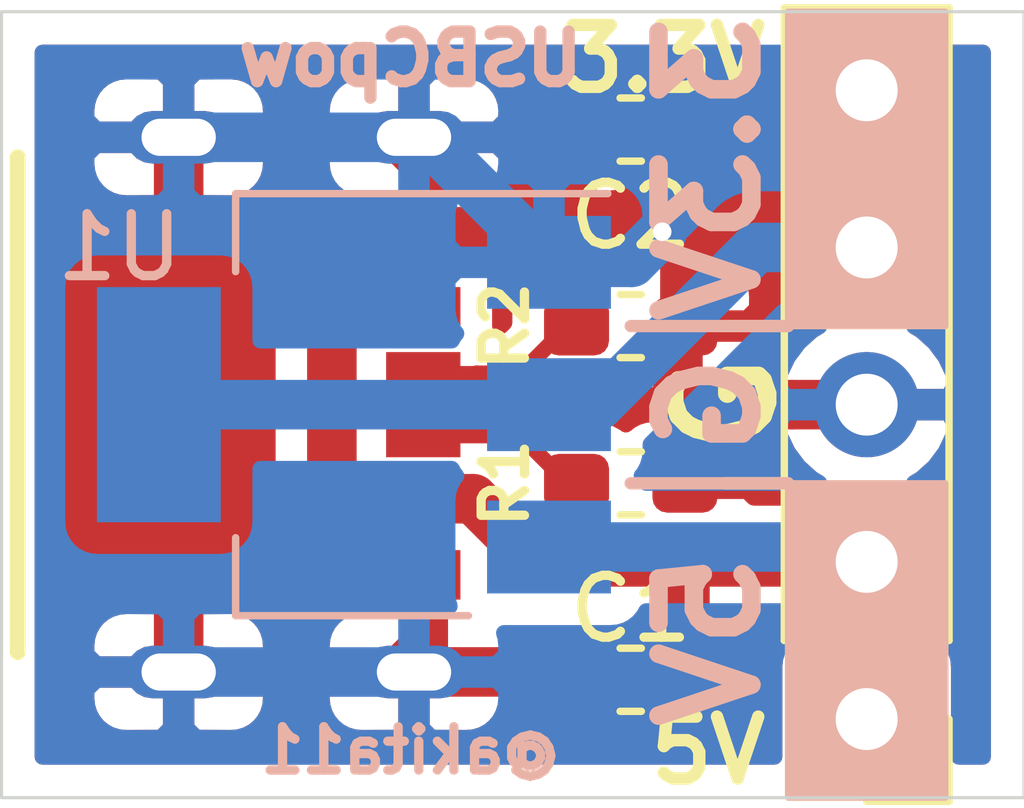
<source format=kicad_pcb>
(kicad_pcb (version 20171130) (host pcbnew "(5.1.5)-3")

  (general
    (thickness 1.6)
    (drawings 22)
    (tracks 56)
    (zones 0)
    (modules 7)
    (nets 6)
  )

  (page A4)
  (layers
    (0 F.Cu signal hide)
    (31 B.Cu signal)
    (32 B.Adhes user hide)
    (33 F.Adhes user hide)
    (34 B.Paste user)
    (35 F.Paste user)
    (36 B.SilkS user)
    (37 F.SilkS user)
    (38 B.Mask user)
    (39 F.Mask user)
    (44 Edge.Cuts user)
    (45 Margin user hide)
    (46 B.CrtYd user hide)
    (47 F.CrtYd user hide)
    (48 B.Fab user hide)
    (49 F.Fab user hide)
  )

  (setup
    (last_trace_width 0.25)
    (user_trace_width 0.4)
    (user_trace_width 0.6)
    (user_trace_width 0.8)
    (user_trace_width 1.2)
    (user_trace_width 2.54)
    (trace_clearance 0.1524)
    (zone_clearance 0.508)
    (zone_45_only no)
    (trace_min 0.2)
    (via_size 0.8)
    (via_drill 0.3)
    (via_min_size 0.6)
    (via_min_drill 0.3)
    (user_via 0.6 0.3)
    (user_via 0.9 0.6)
    (user_via 1.6 0.9)
    (uvia_size 0.3)
    (uvia_drill 0.1)
    (uvias_allowed no)
    (uvia_min_size 0.3)
    (uvia_min_drill 0.1)
    (edge_width 0.05)
    (segment_width 0.2)
    (pcb_text_width 0.3)
    (pcb_text_size 1.5 1.5)
    (mod_edge_width 0.12)
    (mod_text_size 1 1)
    (mod_text_width 0.15)
    (pad_size 1.524 1.524)
    (pad_drill 0.762)
    (pad_to_mask_clearance 0.051)
    (solder_mask_min_width 0.25)
    (aux_axis_origin 0 0)
    (visible_elements 7FFFFFFF)
    (pcbplotparams
      (layerselection 0x010fc_ffffffff)
      (usegerberextensions false)
      (usegerberattributes false)
      (usegerberadvancedattributes false)
      (creategerberjobfile false)
      (excludeedgelayer true)
      (linewidth 0.100000)
      (plotframeref false)
      (viasonmask false)
      (mode 1)
      (useauxorigin false)
      (hpglpennumber 1)
      (hpglpenspeed 20)
      (hpglpendiameter 15.000000)
      (psnegative false)
      (psa4output false)
      (plotreference true)
      (plotvalue true)
      (plotinvisibletext false)
      (padsonsilk false)
      (subtractmaskfromsilk false)
      (outputformat 1)
      (mirror false)
      (drillshape 1)
      (scaleselection 1)
      (outputdirectory ""))
  )

  (net 0 "")
  (net 1 "Net-(C1-Pad2)")
  (net 2 "Net-(C1-Pad1)")
  (net 3 "Net-(C2-Pad1)")
  (net 4 "Net-(CN1-PadB5)")
  (net 5 "Net-(CN1-PadA5)")

  (net_class Default "これはデフォルトのネット クラスです。"
    (clearance 0.1524)
    (trace_width 0.25)
    (via_dia 0.8)
    (via_drill 0.3)
    (uvia_dia 0.3)
    (uvia_drill 0.1)
    (add_net "Net-(C1-Pad1)")
    (add_net "Net-(C1-Pad2)")
    (add_net "Net-(C2-Pad1)")
    (add_net "Net-(CN1-PadA5)")
    (add_net "Net-(CN1-PadB5)")
  )

  (module Connector_PinHeader_2.54mm:PinHeader_1x05_P2.54mm_Vertical (layer F.Cu) (tedit 59FED5CC) (tstamp 5EC41580)
    (at 13.97 -1.27 180)
    (descr "Through hole straight pin header, 1x05, 2.54mm pitch, single row")
    (tags "Through hole pin header THT 1x05 2.54mm single row")
    (path /5EC3DCE6)
    (fp_text reference J1 (at 0 -2.33) (layer F.SilkS) hide
      (effects (font (size 1 1) (thickness 0.15)))
    )
    (fp_text value Conn_01x05 (at 0 12.49) (layer F.Fab)
      (effects (font (size 1 1) (thickness 0.15)))
    )
    (fp_text user %R (at 0 5.08 90) (layer F.Fab)
      (effects (font (size 1 1) (thickness 0.15)))
    )
    (fp_line (start 1.8 -1.8) (end -1.8 -1.8) (layer F.CrtYd) (width 0.05))
    (fp_line (start 1.8 11.95) (end 1.8 -1.8) (layer F.CrtYd) (width 0.05))
    (fp_line (start -1.8 11.95) (end 1.8 11.95) (layer F.CrtYd) (width 0.05))
    (fp_line (start -1.8 -1.8) (end -1.8 11.95) (layer F.CrtYd) (width 0.05))
    (fp_line (start -1.33 -1.33) (end 0 -1.33) (layer F.SilkS) (width 0.12))
    (fp_line (start -1.33 0) (end -1.33 -1.33) (layer F.SilkS) (width 0.12))
    (fp_line (start -1.33 1.27) (end 1.33 1.27) (layer F.SilkS) (width 0.12))
    (fp_line (start 1.33 1.27) (end 1.33 11.49) (layer F.SilkS) (width 0.12))
    (fp_line (start -1.33 1.27) (end -1.33 11.49) (layer F.SilkS) (width 0.12))
    (fp_line (start -1.33 11.49) (end 1.33 11.49) (layer F.SilkS) (width 0.12))
    (fp_line (start -1.27 -0.635) (end -0.635 -1.27) (layer F.Fab) (width 0.1))
    (fp_line (start -1.27 11.43) (end -1.27 -0.635) (layer F.Fab) (width 0.1))
    (fp_line (start 1.27 11.43) (end -1.27 11.43) (layer F.Fab) (width 0.1))
    (fp_line (start 1.27 -1.27) (end 1.27 11.43) (layer F.Fab) (width 0.1))
    (fp_line (start -0.635 -1.27) (end 1.27 -1.27) (layer F.Fab) (width 0.1))
    (pad 5 thru_hole oval (at 0 10.16 180) (size 1.7 1.7) (drill 1) (layers *.Cu *.Mask)
      (net 3 "Net-(C2-Pad1)"))
    (pad 4 thru_hole oval (at 0 7.62 180) (size 1.7 1.7) (drill 1) (layers *.Cu *.Mask)
      (net 3 "Net-(C2-Pad1)"))
    (pad 3 thru_hole oval (at 0 5.08 180) (size 1.7 1.7) (drill 1) (layers *.Cu *.Mask)
      (net 1 "Net-(C1-Pad2)"))
    (pad 2 thru_hole oval (at 0 2.54 180) (size 1.7 1.7) (drill 1) (layers *.Cu *.Mask)
      (net 2 "Net-(C1-Pad1)"))
    (pad 1 thru_hole rect (at 0 0 180) (size 1.7 1.7) (drill 1) (layers *.Cu *.Mask)
      (net 2 "Net-(C1-Pad1)"))
    (model ${KISYS3DMOD}/Connector_PinHeader_2.54mm.3dshapes/PinHeader_1x05_P2.54mm_Vertical.wrl
      (at (xyz 0 0 0))
      (scale (xyz 1 1 1))
      (rotate (xyz 0 0 0))
    )
  )

  (module Package_TO_SOT_SMD:SOT-223-3_TabPin2 (layer B.Cu) (tedit 5A02FF57) (tstamp 5EC3D0D5)
    (at 5.69 -6.35 180)
    (descr "module CMS SOT223 4 pins")
    (tags "CMS SOT")
    (path /5EC518DF)
    (attr smd)
    (fp_text reference U1 (at 3.785 2.54) (layer B.SilkS)
      (effects (font (size 1 1) (thickness 0.15)) (justify mirror))
    )
    (fp_text value LM1117-3.3 (at 0 -4.5) (layer B.Fab)
      (effects (font (size 1 1) (thickness 0.15)) (justify mirror))
    )
    (fp_line (start 1.85 3.35) (end 1.85 -3.35) (layer B.Fab) (width 0.1))
    (fp_line (start -1.85 -3.35) (end 1.85 -3.35) (layer B.Fab) (width 0.1))
    (fp_line (start -4.1 3.41) (end 1.91 3.41) (layer B.SilkS) (width 0.12))
    (fp_line (start -0.85 3.35) (end 1.85 3.35) (layer B.Fab) (width 0.1))
    (fp_line (start -1.85 -3.41) (end 1.91 -3.41) (layer B.SilkS) (width 0.12))
    (fp_line (start -1.85 2.35) (end -1.85 -3.35) (layer B.Fab) (width 0.1))
    (fp_line (start -1.85 2.35) (end -0.85 3.35) (layer B.Fab) (width 0.1))
    (fp_line (start -4.4 3.6) (end -4.4 -3.6) (layer B.CrtYd) (width 0.05))
    (fp_line (start -4.4 -3.6) (end 4.4 -3.6) (layer B.CrtYd) (width 0.05))
    (fp_line (start 4.4 -3.6) (end 4.4 3.6) (layer B.CrtYd) (width 0.05))
    (fp_line (start 4.4 3.6) (end -4.4 3.6) (layer B.CrtYd) (width 0.05))
    (fp_line (start 1.91 3.41) (end 1.91 2.15) (layer B.SilkS) (width 0.12))
    (fp_line (start 1.91 -3.41) (end 1.91 -2.15) (layer B.SilkS) (width 0.12))
    (fp_text user %R (at 0 0 270) (layer B.Fab)
      (effects (font (size 0.8 0.8) (thickness 0.12)) (justify mirror))
    )
    (pad 1 smd rect (at -3.15 2.3 180) (size 2 1.5) (layers B.Cu B.Paste B.Mask)
      (net 1 "Net-(C1-Pad2)"))
    (pad 3 smd rect (at -3.15 -2.3 180) (size 2 1.5) (layers B.Cu B.Paste B.Mask)
      (net 2 "Net-(C1-Pad1)"))
    (pad 2 smd rect (at -3.15 0 180) (size 2 1.5) (layers B.Cu B.Paste B.Mask)
      (net 3 "Net-(C2-Pad1)"))
    (pad 2 smd rect (at 3.15 0 180) (size 2 3.8) (layers B.Cu B.Paste B.Mask)
      (net 3 "Net-(C2-Pad1)"))
    (model ${KISYS3DMOD}/Package_TO_SOT_SMD.3dshapes/SOT-223.wrl
      (at (xyz 0 0 0))
      (scale (xyz 1 1 1))
      (rotate (xyz 0 0 0))
    )
  )

  (module Resistor_SMD:R_0603_1608Metric_Pad1.05x0.95mm_HandSolder (layer F.Cu) (tedit 5B301BBD) (tstamp 5EC41C05)
    (at 10.16 -7.62)
    (descr "Resistor SMD 0603 (1608 Metric), square (rectangular) end terminal, IPC_7351 nominal with elongated pad for handsoldering. (Body size source: http://www.tortai-tech.com/upload/download/2011102023233369053.pdf), generated with kicad-footprint-generator")
    (tags "resistor handsolder")
    (path /5EC56461)
    (attr smd)
    (fp_text reference R2 (at -2.032 0 270) (layer F.SilkS)
      (effects (font (size 0.7 0.7) (thickness 0.15)))
    )
    (fp_text value 5.1k (at 0 1.43) (layer F.Fab)
      (effects (font (size 1 1) (thickness 0.15)))
    )
    (fp_text user %R (at 0 0) (layer F.Fab)
      (effects (font (size 0.4 0.4) (thickness 0.06)))
    )
    (fp_line (start 1.65 0.73) (end -1.65 0.73) (layer F.CrtYd) (width 0.05))
    (fp_line (start 1.65 -0.73) (end 1.65 0.73) (layer F.CrtYd) (width 0.05))
    (fp_line (start -1.65 -0.73) (end 1.65 -0.73) (layer F.CrtYd) (width 0.05))
    (fp_line (start -1.65 0.73) (end -1.65 -0.73) (layer F.CrtYd) (width 0.05))
    (fp_line (start -0.171267 0.51) (end 0.171267 0.51) (layer F.SilkS) (width 0.12))
    (fp_line (start -0.171267 -0.51) (end 0.171267 -0.51) (layer F.SilkS) (width 0.12))
    (fp_line (start 0.8 0.4) (end -0.8 0.4) (layer F.Fab) (width 0.1))
    (fp_line (start 0.8 -0.4) (end 0.8 0.4) (layer F.Fab) (width 0.1))
    (fp_line (start -0.8 -0.4) (end 0.8 -0.4) (layer F.Fab) (width 0.1))
    (fp_line (start -0.8 0.4) (end -0.8 -0.4) (layer F.Fab) (width 0.1))
    (pad 2 smd roundrect (at 0.875 0) (size 1.05 0.95) (layers F.Cu F.Paste F.Mask) (roundrect_rratio 0.25)
      (net 1 "Net-(C1-Pad2)"))
    (pad 1 smd roundrect (at -0.875 0) (size 1.05 0.95) (layers F.Cu F.Paste F.Mask) (roundrect_rratio 0.25)
      (net 5 "Net-(CN1-PadA5)"))
    (model ${KISYS3DMOD}/Resistor_SMD.3dshapes/R_0603_1608Metric.wrl
      (at (xyz 0 0 0))
      (scale (xyz 1 1 1))
      (rotate (xyz 0 0 0))
    )
  )

  (module Resistor_SMD:R_0603_1608Metric_Pad1.05x0.95mm_HandSolder (layer F.Cu) (tedit 5B301BBD) (tstamp 5EC41BA4)
    (at 10.16 -5.08)
    (descr "Resistor SMD 0603 (1608 Metric), square (rectangular) end terminal, IPC_7351 nominal with elongated pad for handsoldering. (Body size source: http://www.tortai-tech.com/upload/download/2011102023233369053.pdf), generated with kicad-footprint-generator")
    (tags "resistor handsolder")
    (path /5EC50F8A)
    (attr smd)
    (fp_text reference R1 (at -2.032 0 90) (layer F.SilkS)
      (effects (font (size 0.7 0.7) (thickness 0.15)))
    )
    (fp_text value 5.1k (at 0 1.43) (layer F.Fab)
      (effects (font (size 1 1) (thickness 0.15)))
    )
    (fp_text user %R (at 0 0) (layer F.Fab)
      (effects (font (size 0.4 0.4) (thickness 0.06)))
    )
    (fp_line (start 1.65 0.73) (end -1.65 0.73) (layer F.CrtYd) (width 0.05))
    (fp_line (start 1.65 -0.73) (end 1.65 0.73) (layer F.CrtYd) (width 0.05))
    (fp_line (start -1.65 -0.73) (end 1.65 -0.73) (layer F.CrtYd) (width 0.05))
    (fp_line (start -1.65 0.73) (end -1.65 -0.73) (layer F.CrtYd) (width 0.05))
    (fp_line (start -0.171267 0.51) (end 0.171267 0.51) (layer F.SilkS) (width 0.12))
    (fp_line (start -0.171267 -0.51) (end 0.171267 -0.51) (layer F.SilkS) (width 0.12))
    (fp_line (start 0.8 0.4) (end -0.8 0.4) (layer F.Fab) (width 0.1))
    (fp_line (start 0.8 -0.4) (end 0.8 0.4) (layer F.Fab) (width 0.1))
    (fp_line (start -0.8 -0.4) (end 0.8 -0.4) (layer F.Fab) (width 0.1))
    (fp_line (start -0.8 0.4) (end -0.8 -0.4) (layer F.Fab) (width 0.1))
    (pad 2 smd roundrect (at 0.875 0) (size 1.05 0.95) (layers F.Cu F.Paste F.Mask) (roundrect_rratio 0.25)
      (net 1 "Net-(C1-Pad2)"))
    (pad 1 smd roundrect (at -0.875 0) (size 1.05 0.95) (layers F.Cu F.Paste F.Mask) (roundrect_rratio 0.25)
      (net 4 "Net-(CN1-PadB5)"))
    (model ${KISYS3DMOD}/Resistor_SMD.3dshapes/R_0603_1608Metric.wrl
      (at (xyz 0 0 0))
      (scale (xyz 1 1 1))
      (rotate (xyz 0 0 0))
    )
  )

  (module akita:USB-C_6P (layer F.Cu) (tedit 5EC396BE) (tstamp 5EC3D086)
    (at 3.81 -6.35 270)
    (descr "USB TypeC Receptacle, 6p (with 18p dummy), no D+/D-")
    (path /5EC50CDB)
    (attr smd)
    (fp_text reference CN1 (at 0 -4 90) (layer F.SilkS) hide
      (effects (font (size 1.2065 1.2065) (thickness 0.09652)) (justify bottom))
    )
    (fp_text value CON_USB-C-6 (at 0 -1 90) (layer F.SilkS) hide
      (effects (font (size 1.27 1.27) (thickness 0.15)))
    )
    (fp_line (start -4 3.55) (end 4 3.55) (layer F.SilkS) (width 0.254))
    (pad FG thru_hole roundrect (at 4.32 0.95 270) (size 0.85 1.7) (drill oval 0.6 1.2) (layers *.Cu *.Mask) (roundrect_rratio 0.5)
      (net 1 "Net-(C1-Pad2)") (solder_mask_margin 0.1016))
    (pad FG thru_hole roundrect (at 4.32 -2.85 270) (size 0.85 1.7) (drill oval 0.6 1.2) (layers *.Cu *.Mask) (roundrect_rratio 0.5)
      (net 1 "Net-(C1-Pad2)") (solder_mask_margin 0.1016))
    (pad FG thru_hole roundrect (at -4.32 0.95 270) (size 0.85 1.7) (drill oval 0.6 1.2) (layers *.Cu *.Mask) (roundrect_rratio 0.5)
      (net 1 "Net-(C1-Pad2)") (solder_mask_margin 0.1016))
    (pad FG thru_hole roundrect (at -4.32 -2.85 270) (size 0.85 1.7) (drill oval 0.6 1.2) (layers *.Cu *.Mask) (roundrect_rratio 0.5)
      (net 1 "Net-(C1-Pad2)") (solder_mask_margin 0.1016))
    (pad A12 smd rect (at 2.75 -3 270) (size 0.8 1.2) (layers F.Cu F.Paste F.Mask)
      (net 1 "Net-(C1-Pad2)") (solder_mask_margin 0.1016))
    (pad A9 smd rect (at 1.52 -3 270) (size 0.76 1.2) (layers F.Cu F.Paste F.Mask)
      (net 2 "Net-(C1-Pad1)") (solder_mask_margin 0.1016))
    (pad B5 smd rect (at 0.5 -3 270) (size 0.7 1.2) (layers F.Cu F.Paste F.Mask)
      (net 4 "Net-(CN1-PadB5)") (solder_mask_margin 0.1016))
    (pad A5 smd rect (at -0.5 -3 270) (size 0.7 1.2) (layers F.Cu F.Paste F.Mask)
      (net 5 "Net-(CN1-PadA5)") (solder_mask_margin 0.1016))
    (pad B9 smd rect (at -1.52 -3 270) (size 0.76 1.2) (layers F.Cu F.Paste F.Mask)
      (net 2 "Net-(C1-Pad1)") (solder_mask_margin 0.1016))
    (pad B12 smd rect (at -2.75 -3 270) (size 0.8 1.2) (layers F.Cu F.Paste F.Mask)
      (net 1 "Net-(C1-Pad2)") (solder_mask_margin 0.1016))
  )

  (module Capacitor_SMD:C_0603_1608Metric_Pad1.05x0.95mm_HandSolder (layer F.Cu) (tedit 5B301BBE) (tstamp 5EC41B02)
    (at 10.16 -10.795 180)
    (descr "Capacitor SMD 0603 (1608 Metric), square (rectangular) end terminal, IPC_7351 nominal with elongated pad for handsoldering. (Body size source: http://www.tortai-tech.com/upload/download/2011102023233369053.pdf), generated with kicad-footprint-generator")
    (tags "capacitor handsolder")
    (path /5EC535D9)
    (attr smd)
    (fp_text reference C2 (at 0 -1.397 180) (layer F.SilkS)
      (effects (font (size 1 1) (thickness 0.15)))
    )
    (fp_text value 10u (at 0 1.43) (layer F.Fab)
      (effects (font (size 1 1) (thickness 0.15)))
    )
    (fp_text user %R (at 0 0) (layer F.Fab)
      (effects (font (size 0.4 0.4) (thickness 0.06)))
    )
    (fp_line (start 1.65 0.73) (end -1.65 0.73) (layer F.CrtYd) (width 0.05))
    (fp_line (start 1.65 -0.73) (end 1.65 0.73) (layer F.CrtYd) (width 0.05))
    (fp_line (start -1.65 -0.73) (end 1.65 -0.73) (layer F.CrtYd) (width 0.05))
    (fp_line (start -1.65 0.73) (end -1.65 -0.73) (layer F.CrtYd) (width 0.05))
    (fp_line (start -0.171267 0.51) (end 0.171267 0.51) (layer F.SilkS) (width 0.12))
    (fp_line (start -0.171267 -0.51) (end 0.171267 -0.51) (layer F.SilkS) (width 0.12))
    (fp_line (start 0.8 0.4) (end -0.8 0.4) (layer F.Fab) (width 0.1))
    (fp_line (start 0.8 -0.4) (end 0.8 0.4) (layer F.Fab) (width 0.1))
    (fp_line (start -0.8 -0.4) (end 0.8 -0.4) (layer F.Fab) (width 0.1))
    (fp_line (start -0.8 0.4) (end -0.8 -0.4) (layer F.Fab) (width 0.1))
    (pad 2 smd roundrect (at 0.875 0 180) (size 1.05 0.95) (layers F.Cu F.Paste F.Mask) (roundrect_rratio 0.25)
      (net 1 "Net-(C1-Pad2)"))
    (pad 1 smd roundrect (at -0.875 0 180) (size 1.05 0.95) (layers F.Cu F.Paste F.Mask) (roundrect_rratio 0.25)
      (net 3 "Net-(C2-Pad1)"))
    (model ${KISYS3DMOD}/Capacitor_SMD.3dshapes/C_0603_1608Metric.wrl
      (at (xyz 0 0 0))
      (scale (xyz 1 1 1))
      (rotate (xyz 0 0 0))
    )
  )

  (module Capacitor_SMD:C_0603_1608Metric_Pad1.05x0.95mm_HandSolder (layer F.Cu) (tedit 5B301BBE) (tstamp 5EC3D930)
    (at 10.16 -1.905 180)
    (descr "Capacitor SMD 0603 (1608 Metric), square (rectangular) end terminal, IPC_7351 nominal with elongated pad for handsoldering. (Body size source: http://www.tortai-tech.com/upload/download/2011102023233369053.pdf), generated with kicad-footprint-generator")
    (tags "capacitor handsolder")
    (path /5EC53134)
    (attr smd)
    (fp_text reference C1 (at 0 1.143 180) (layer F.SilkS)
      (effects (font (size 1 1) (thickness 0.15)))
    )
    (fp_text value 0.1u (at 0 1.43) (layer F.Fab)
      (effects (font (size 1 1) (thickness 0.15)))
    )
    (fp_text user %R (at 0 0) (layer F.Fab)
      (effects (font (size 0.4 0.4) (thickness 0.06)))
    )
    (fp_line (start 1.65 0.73) (end -1.65 0.73) (layer F.CrtYd) (width 0.05))
    (fp_line (start 1.65 -0.73) (end 1.65 0.73) (layer F.CrtYd) (width 0.05))
    (fp_line (start -1.65 -0.73) (end 1.65 -0.73) (layer F.CrtYd) (width 0.05))
    (fp_line (start -1.65 0.73) (end -1.65 -0.73) (layer F.CrtYd) (width 0.05))
    (fp_line (start -0.171267 0.51) (end 0.171267 0.51) (layer F.SilkS) (width 0.12))
    (fp_line (start -0.171267 -0.51) (end 0.171267 -0.51) (layer F.SilkS) (width 0.12))
    (fp_line (start 0.8 0.4) (end -0.8 0.4) (layer F.Fab) (width 0.1))
    (fp_line (start 0.8 -0.4) (end 0.8 0.4) (layer F.Fab) (width 0.1))
    (fp_line (start -0.8 -0.4) (end 0.8 -0.4) (layer F.Fab) (width 0.1))
    (fp_line (start -0.8 0.4) (end -0.8 -0.4) (layer F.Fab) (width 0.1))
    (pad 2 smd roundrect (at 0.875 0 180) (size 1.05 0.95) (layers F.Cu F.Paste F.Mask) (roundrect_rratio 0.25)
      (net 1 "Net-(C1-Pad2)"))
    (pad 1 smd roundrect (at -0.875 0 180) (size 1.05 0.95) (layers F.Cu F.Paste F.Mask) (roundrect_rratio 0.25)
      (net 2 "Net-(C1-Pad1)"))
    (model ${KISYS3DMOD}/Capacitor_SMD.3dshapes/C_0603_1608Metric.wrl
      (at (xyz 0 0 0))
      (scale (xyz 1 1 1))
      (rotate (xyz 0 0 0))
    )
  )

  (gr_line (start 0 0) (end 0 -12.7) (layer Edge.Cuts) (width 0.05) (tstamp 5EC4B715))
  (gr_line (start 16.51 0) (end 0 0) (layer Edge.Cuts) (width 0.05))
  (gr_line (start 16.51 -12.7) (end 16.51 0) (layer Edge.Cuts) (width 0.05))
  (gr_line (start 0 -12.7) (end 16.51 -12.7) (layer Edge.Cuts) (width 0.05))
  (gr_line (start 12.7 -5.08) (end 11.684 -5.08) (layer F.SilkS) (width 0.2) (tstamp 5EC41CF8))
  (gr_line (start 12.7 -7.62) (end 11.684 -7.62) (layer F.SilkS) (width 0.2))
  (gr_line (start 12.7 -7.62) (end 11.684 -7.62) (layer B.SilkS) (width 0.12))
  (gr_line (start 12.7 -7.62) (end 11.684 -7.62) (layer B.SilkS) (width 0.12))
  (gr_line (start 12.7 -5.08) (end 10.16 -5.08) (layer B.SilkS) (width 0.2) (tstamp 5EC41C7F))
  (gr_line (start 12.7 -7.62) (end 10.16 -7.62) (layer B.SilkS) (width 0.2))
  (gr_poly (pts (xy 15.24 0) (xy 12.7 0) (xy 12.7 -5.08) (xy 15.24 -5.08)) (layer F.SilkS) (width 0.1))
  (gr_poly (pts (xy 15.24 -7.62) (xy 12.7 -7.62) (xy 12.7 -12.7) (xy 15.24 -12.7)) (layer F.SilkS) (width 0.1))
  (gr_text "3.3V\n" (at 12.446 -11.938) (layer F.SilkS) (tstamp 5EC41D00)
    (effects (font (size 1 1) (thickness 0.2)) (justify right))
  )
  (gr_text USBCpow (at 6.604 -11.938) (layer B.SilkS) (tstamp 5EC419F7)
    (effects (font (size 0.8 0.8) (thickness 0.2)) (justify mirror))
  )
  (gr_poly (pts (xy 15.24 0) (xy 12.7 0) (xy 12.7 -5.08) (xy 15.24 -5.08)) (layer B.SilkS) (width 0.1))
  (gr_poly (pts (xy 15.24 -7.62) (xy 12.7 -7.62) (xy 12.7 -12.7) (xy 15.24 -12.7)) (layer B.SilkS) (width 0.1))
  (gr_text G (at 11.43 -6.35 90) (layer B.SilkS) (tstamp 5EC416BF)
    (effects (font (size 1.5 1.5) (thickness 0.3)) (justify mirror))
  )
  (gr_text 5V (at 11.43 -2.54 90) (layer B.SilkS) (tstamp 5EC416AD)
    (effects (font (size 1.5 1.5) (thickness 0.3)) (justify mirror))
  )
  (gr_text "3.3V\n" (at 11.43 -10.16 90) (layer B.SilkS) (tstamp 5EC416A6)
    (effects (font (size 1.5 1.5) (thickness 0.3)) (justify mirror))
  )
  (gr_text @akita11 (at 6.604 -0.762) (layer B.SilkS)
    (effects (font (size 0.7 0.7) (thickness 0.15)) (justify mirror))
  )
  (gr_text G (at 11.684 -6.35 90) (layer F.SilkS) (tstamp 5EC3E4CA)
    (effects (font (size 1.5 1.5) (thickness 0.3)))
  )
  (gr_text 5V (at 12.446 -0.762) (layer F.SilkS)
    (effects (font (size 1 1) (thickness 0.2)) (justify right))
  )

  (segment (start 6.81 -10.3) (end 6.604 -10.506) (width 0.8) (layer F.Cu) (net 1))
  (segment (start 6.81 -9.1) (end 6.81 -10.3) (width 0.8) (layer F.Cu) (net 1))
  (segment (start 6.81 -2.4) (end 6.604 -2.194) (width 0.8) (layer F.Cu) (net 1))
  (segment (start 6.81 -3.6) (end 6.81 -2.4) (width 0.8) (layer F.Cu) (net 1))
  (segment (start 6.604 -2.194) (end 6.604 -2.032) (width 0.8) (layer F.Cu) (net 1))
  (segment (start 2.86 -10.67) (end 6.856 -10.67) (width 0.8) (layer B.Cu) (net 1))
  (segment (start 6.856 -10.67) (end 8.89 -8.636) (width 0.8) (layer B.Cu) (net 1))
  (segment (start 2.86 -2.03) (end 6.856 -2.03) (width 0.8) (layer B.Cu) (net 1))
  (segment (start 6.856 -2.03) (end 6.858 -2.032) (width 0.8) (layer B.Cu) (net 1))
  (segment (start 2.86 -2.03) (end 2.86 -10.602) (width 0.8) (layer F.Cu) (net 1))
  (segment (start 2.86 -10.602) (end 2.794 -10.668) (width 0.8) (layer F.Cu) (net 1))
  (segment (start 9.285 -10.32) (end 8.109 -9.144) (width 0.8) (layer F.Cu) (net 1))
  (segment (start 9.285 -10.795) (end 9.285 -10.32) (width 0.8) (layer F.Cu) (net 1))
  (segment (start 8.109 -9.144) (end 6.604 -9.144) (width 0.8) (layer F.Cu) (net 1))
  (segment (start 13.97 -6.35) (end 12.767919 -6.35) (width 0.8) (layer F.Cu) (net 1))
  (segment (start 12.767919 -6.35) (end 10.922 -6.35) (width 0.8) (layer F.Cu) (net 1))
  (segment (start 10.922 -6.35) (end 10.922 -7.62) (width 0.8) (layer F.Cu) (net 1))
  (segment (start 10.922 -6.35) (end 10.922 -5.08) (width 0.8) (layer F.Cu) (net 1))
  (segment (start 8.84 -8.65) (end 10.174 -8.65) (width 0.8) (layer B.Cu) (net 1))
  (via (at 10.668 -9.144) (size 0.8) (drill 0.3) (layers F.Cu B.Cu) (net 1))
  (segment (start 10.174 -8.65) (end 10.668 -9.144) (width 0.8) (layer B.Cu) (net 1))
  (segment (start 11.035 -8.777) (end 10.668 -9.144) (width 0.8) (layer F.Cu) (net 1))
  (segment (start 11.035 -7.62) (end 11.035 -8.777) (width 0.8) (layer F.Cu) (net 1))
  (segment (start 8.76 -1.905) (end 8.633 -2.032) (width 0.8) (layer F.Cu) (net 1))
  (segment (start 9.285 -1.905) (end 8.76 -1.905) (width 0.8) (layer F.Cu) (net 1))
  (segment (start 8.633 -2.032) (end 6.604 -2.032) (width 0.8) (layer F.Cu) (net 1))
  (segment (start 6.81 -7.87) (end 5.338 -7.87) (width 0.8) (layer F.Cu) (net 2))
  (segment (start 5.338 -7.87) (end 5.334 -7.866) (width 0.8) (layer F.Cu) (net 2))
  (segment (start 5.334 -7.866) (end 5.334 -4.826) (width 0.8) (layer F.Cu) (net 2))
  (segment (start 5.334 -4.826) (end 6.858 -4.826) (width 0.8) (layer F.Cu) (net 2))
  (segment (start 13.73 -4.05) (end 13.97 -3.81) (width 0.8) (layer B.Cu) (net 2))
  (segment (start 8.84 -4.05) (end 13.73 -4.05) (width 0.8) (layer B.Cu) (net 2))
  (segment (start 7.616 -4.83) (end 8.636 -3.81) (width 0.8) (layer F.Cu) (net 2))
  (segment (start 6.81 -4.83) (end 7.616 -4.83) (width 0.8) (layer F.Cu) (net 2))
  (segment (start 11.035 -1.905) (end 11.035 -3.697) (width 0.8) (layer F.Cu) (net 2))
  (segment (start 8.636 -3.81) (end 10.922 -3.81) (width 0.8) (layer F.Cu) (net 2))
  (segment (start 11.035 -3.697) (end 10.922 -3.81) (width 0.8) (layer F.Cu) (net 2))
  (segment (start 10.922 -3.81) (end 13.97 -3.81) (width 0.8) (layer F.Cu) (net 2))
  (segment (start 13.97 -3.81) (end 13.97 -1.27) (width 1.2) (layer F.Cu) (net 2))
  (segment (start 13.97 -3.81) (end 13.97 -1.27) (width 1.2) (layer B.Cu) (net 2))
  (segment (start 2.54 -6.35) (end 4.34 -6.35) (width 0.8) (layer B.Cu) (net 3))
  (segment (start 4.34 -6.35) (end 8.89 -6.35) (width 0.8) (layer B.Cu) (net 3))
  (segment (start 8.84 -6.35) (end 9.652 -6.35) (width 0.8) (layer B.Cu) (net 3))
  (segment (start 9.652 -6.35) (end 12.192 -8.89) (width 0.8) (layer B.Cu) (net 3))
  (segment (start 12.192 -8.89) (end 13.97 -8.89) (width 0.8) (layer B.Cu) (net 3))
  (segment (start 11.035 -10.795) (end 12.065 -10.795) (width 0.8) (layer F.Cu) (net 3))
  (segment (start 13.97 -8.89) (end 13.97 -11.43) (width 1.2) (layer F.Cu) (net 3))
  (segment (start 12.065 -10.795) (end 12.7 -11.43) (width 0.8) (layer F.Cu) (net 3))
  (segment (start 12.7 -11.43) (end 13.97 -11.43) (width 0.8) (layer F.Cu) (net 3))
  (segment (start 13.97 -11.43) (end 13.97 -8.89) (width 1.2) (layer B.Cu) (net 3))
  (segment (start 6.81 -5.85) (end 8.374 -5.85) (width 0.25) (layer F.Cu) (net 4))
  (segment (start 8.374 -5.85) (end 9.144 -5.08) (width 0.25) (layer F.Cu) (net 4))
  (segment (start 7.66 -6.85) (end 7.668 -6.858) (width 0.25) (layer F.Cu) (net 5))
  (segment (start 6.81 -6.85) (end 7.66 -6.85) (width 0.25) (layer F.Cu) (net 5))
  (segment (start 7.668 -6.858) (end 8.382 -6.858) (width 0.25) (layer F.Cu) (net 5))
  (segment (start 8.382 -6.858) (end 9.144 -7.62) (width 0.25) (layer F.Cu) (net 5))

  (zone (net 1) (net_name "Net-(C1-Pad2)") (layer F.Cu) (tstamp 5EC41D0D) (hatch edge 0.508)
    (connect_pads (clearance 0.508))
    (min_thickness 0.254)
    (fill yes (arc_segments 32) (thermal_gap 0.508) (thermal_bridge_width 0.508))
    (polygon
      (pts
        (xy 16.51 0) (xy 0 0) (xy 0 -12.7) (xy 16.51 -12.7)
      )
    )
    (filled_polygon
      (pts
        (xy 11.650006 -11.843716) (xy 11.493316 -11.891248) (xy 11.3225 -11.908072) (xy 10.7475 -11.908072) (xy 10.576684 -11.891248)
        (xy 10.412433 -11.841423) (xy 10.261058 -11.760512) (xy 10.237161 -11.740901) (xy 10.164494 -11.800537) (xy 10.05418 -11.859502)
        (xy 9.934482 -11.895812) (xy 9.81 -11.908072) (xy 9.57075 -11.905) (xy 9.412 -11.74625) (xy 9.412 -10.922)
        (xy 9.432 -10.922) (xy 9.432 -10.668) (xy 9.412 -10.668) (xy 9.412 -9.84375) (xy 9.57075 -9.685)
        (xy 9.81 -9.681928) (xy 9.934482 -9.694188) (xy 10.05418 -9.730498) (xy 10.164494 -9.789463) (xy 10.237161 -9.849099)
        (xy 10.261058 -9.829488) (xy 10.412433 -9.748577) (xy 10.576684 -9.698752) (xy 10.7475 -9.681928) (xy 11.3225 -9.681928)
        (xy 11.493316 -9.698752) (xy 11.657567 -9.748577) (xy 11.678938 -9.76) (xy 12.014172 -9.76) (xy 12.065 -9.754994)
        (xy 12.115828 -9.76) (xy 12.115838 -9.76) (xy 12.267895 -9.774976) (xy 12.462993 -9.834159) (xy 12.642797 -9.930266)
        (xy 12.735 -10.005935) (xy 12.735 -9.714622) (xy 12.65401 -9.593411) (xy 12.542068 -9.323158) (xy 12.485 -9.03626)
        (xy 12.485 -8.74374) (xy 12.542068 -8.456842) (xy 12.65401 -8.186589) (xy 12.816525 -7.943368) (xy 13.023368 -7.736525)
        (xy 13.205534 -7.614805) (xy 13.088645 -7.545178) (xy 12.872412 -7.350269) (xy 12.698359 -7.11692) (xy 12.573175 -6.854099)
        (xy 12.528524 -6.70689) (xy 12.649845 -6.477) (xy 13.843 -6.477) (xy 13.843 -6.497) (xy 14.097 -6.497)
        (xy 14.097 -6.477) (xy 15.290155 -6.477) (xy 15.411476 -6.70689) (xy 15.366825 -6.854099) (xy 15.241641 -7.11692)
        (xy 15.067588 -7.350269) (xy 14.851355 -7.545178) (xy 14.734466 -7.614805) (xy 14.916632 -7.736525) (xy 15.123475 -7.943368)
        (xy 15.28599 -8.186589) (xy 15.397932 -8.456842) (xy 15.455 -8.74374) (xy 15.455 -9.03626) (xy 15.397932 -9.323158)
        (xy 15.28599 -9.593411) (xy 15.205 -9.714621) (xy 15.205 -10.605379) (xy 15.28599 -10.726589) (xy 15.397932 -10.996842)
        (xy 15.455 -11.28374) (xy 15.455 -11.57626) (xy 15.397932 -11.863158) (xy 15.324682 -12.04) (xy 15.85 -12.04)
        (xy 15.850001 -0.66) (xy 15.458072 -0.66) (xy 15.458072 -2.12) (xy 15.445812 -2.244482) (xy 15.409502 -2.36418)
        (xy 15.350537 -2.474494) (xy 15.271185 -2.571185) (xy 15.205 -2.625501) (xy 15.205 -2.985379) (xy 15.28599 -3.106589)
        (xy 15.397932 -3.376842) (xy 15.455 -3.66374) (xy 15.455 -3.95626) (xy 15.397932 -4.243158) (xy 15.28599 -4.513411)
        (xy 15.123475 -4.756632) (xy 14.916632 -4.963475) (xy 14.734466 -5.085195) (xy 14.851355 -5.154822) (xy 15.067588 -5.349731)
        (xy 15.241641 -5.58308) (xy 15.366825 -5.845901) (xy 15.411476 -5.99311) (xy 15.290155 -6.223) (xy 14.097 -6.223)
        (xy 14.097 -6.203) (xy 13.843 -6.203) (xy 13.843 -6.223) (xy 12.649845 -6.223) (xy 12.528524 -5.99311)
        (xy 12.573175 -5.845901) (xy 12.698359 -5.58308) (xy 12.872412 -5.349731) (xy 13.088645 -5.154822) (xy 13.205534 -5.085195)
        (xy 13.023368 -4.963475) (xy 12.904893 -4.845) (xy 12.14425 -4.845) (xy 12.03625 -4.953) (xy 11.162 -4.953)
        (xy 11.162 -4.933) (xy 10.908 -4.933) (xy 10.908 -4.953) (xy 10.888 -4.953) (xy 10.888 -5.207)
        (xy 10.908 -5.207) (xy 10.908 -6.03125) (xy 11.162 -6.03125) (xy 11.162 -5.207) (xy 12.03625 -5.207)
        (xy 12.195 -5.36575) (xy 12.198072 -5.555) (xy 12.185812 -5.679482) (xy 12.149502 -5.79918) (xy 12.090537 -5.909494)
        (xy 12.011185 -6.006185) (xy 11.914494 -6.085537) (xy 11.80418 -6.144502) (xy 11.684482 -6.180812) (xy 11.56 -6.193072)
        (xy 11.32075 -6.19) (xy 11.162 -6.03125) (xy 10.908 -6.03125) (xy 10.74925 -6.19) (xy 10.51 -6.193072)
        (xy 10.385518 -6.180812) (xy 10.26582 -6.144502) (xy 10.155506 -6.085537) (xy 10.082839 -6.025901) (xy 10.058942 -6.045512)
        (xy 9.907567 -6.126423) (xy 9.743316 -6.176248) (xy 9.5725 -6.193072) (xy 9.10573 -6.193072) (xy 8.948801 -6.35)
        (xy 9.105729 -6.506928) (xy 9.5725 -6.506928) (xy 9.743316 -6.523752) (xy 9.907567 -6.573577) (xy 10.058942 -6.654488)
        (xy 10.082839 -6.674099) (xy 10.155506 -6.614463) (xy 10.26582 -6.555498) (xy 10.385518 -6.519188) (xy 10.51 -6.506928)
        (xy 10.74925 -6.51) (xy 10.908 -6.66875) (xy 10.908 -7.493) (xy 11.162 -7.493) (xy 11.162 -6.66875)
        (xy 11.32075 -6.51) (xy 11.56 -6.506928) (xy 11.684482 -6.519188) (xy 11.80418 -6.555498) (xy 11.914494 -6.614463)
        (xy 12.011185 -6.693815) (xy 12.090537 -6.790506) (xy 12.149502 -6.90082) (xy 12.185812 -7.020518) (xy 12.198072 -7.145)
        (xy 12.195 -7.33425) (xy 12.03625 -7.493) (xy 11.162 -7.493) (xy 10.908 -7.493) (xy 10.888 -7.493)
        (xy 10.888 -7.747) (xy 10.908 -7.747) (xy 10.908 -8.57125) (xy 11.162 -8.57125) (xy 11.162 -7.747)
        (xy 12.03625 -7.747) (xy 12.195 -7.90575) (xy 12.198072 -8.095) (xy 12.185812 -8.219482) (xy 12.149502 -8.33918)
        (xy 12.090537 -8.449494) (xy 12.011185 -8.546185) (xy 11.914494 -8.625537) (xy 11.80418 -8.684502) (xy 11.684482 -8.720812)
        (xy 11.56 -8.733072) (xy 11.32075 -8.73) (xy 11.162 -8.57125) (xy 10.908 -8.57125) (xy 10.74925 -8.73)
        (xy 10.51 -8.733072) (xy 10.385518 -8.720812) (xy 10.26582 -8.684502) (xy 10.155506 -8.625537) (xy 10.082839 -8.565901)
        (xy 10.058942 -8.585512) (xy 9.907567 -8.666423) (xy 9.743316 -8.716248) (xy 9.5725 -8.733072) (xy 8.9975 -8.733072)
        (xy 8.826684 -8.716248) (xy 8.662433 -8.666423) (xy 8.511058 -8.585512) (xy 8.378377 -8.476623) (xy 8.269488 -8.343942)
        (xy 8.188577 -8.192567) (xy 8.138752 -8.028316) (xy 8.121928 -7.8575) (xy 8.121928 -7.672729) (xy 8.067199 -7.618)
        (xy 8.048072 -7.618) (xy 8.048072 -8.25) (xy 8.035812 -8.374482) (xy 8.00532 -8.475) (xy 8.035812 -8.575518)
        (xy 8.048072 -8.7) (xy 8.045 -8.81425) (xy 7.88625 -8.973) (xy 6.937 -8.973) (xy 6.937 -8.953)
        (xy 6.683 -8.953) (xy 6.683 -8.973) (xy 5.73375 -8.973) (xy 5.66575 -8.905) (xy 5.388835 -8.905)
        (xy 5.338 -8.910007) (xy 5.287165 -8.905) (xy 5.287162 -8.905) (xy 5.135105 -8.890024) (xy 4.940007 -8.830841)
        (xy 4.760203 -8.734734) (xy 4.602604 -8.605396) (xy 4.600801 -8.603199) (xy 4.598604 -8.601396) (xy 4.469266 -8.443797)
        (xy 4.373159 -8.263992) (xy 4.313976 -8.068894) (xy 4.299 -7.916837) (xy 4.299 -7.916828) (xy 4.293994 -7.866)
        (xy 4.299 -7.815172) (xy 4.299001 -4.876848) (xy 4.293993 -4.826) (xy 4.313976 -4.623105) (xy 4.373159 -4.428007)
        (xy 4.469266 -4.248203) (xy 4.598604 -4.090604) (xy 4.756203 -3.961266) (xy 4.936007 -3.865159) (xy 5.131105 -3.805976)
        (xy 5.283162 -3.791) (xy 5.334 -3.785993) (xy 5.384838 -3.791) (xy 5.66975 -3.791) (xy 5.73375 -3.727)
        (xy 6.683 -3.727) (xy 6.683 -3.747) (xy 6.937 -3.747) (xy 6.937 -3.727) (xy 6.957 -3.727)
        (xy 6.957 -3.473) (xy 6.937 -3.473) (xy 6.937 -3.453) (xy 6.683 -3.453) (xy 6.683 -3.473)
        (xy 5.73375 -3.473) (xy 5.575 -3.31425) (xy 5.571928 -3.2) (xy 5.584188 -3.075518) (xy 5.591256 -3.052218)
        (xy 5.56582 -3.044502) (xy 5.455506 -2.985537) (xy 5.358815 -2.906185) (xy 5.279463 -2.809494) (xy 5.220498 -2.69918)
        (xy 5.184188 -2.579482) (xy 5.171928 -2.455) (xy 5.175 -2.31575) (xy 5.33375 -2.157) (xy 6.533 -2.157)
        (xy 6.533 -2.177) (xy 6.787 -2.177) (xy 6.787 -2.157) (xy 7.98625 -2.157) (xy 8.123323 -2.294073)
        (xy 8.125 -2.19075) (xy 8.28375 -2.032) (xy 9.158 -2.032) (xy 9.158 -2.052) (xy 9.412 -2.052)
        (xy 9.412 -2.032) (xy 9.432 -2.032) (xy 9.432 -1.778) (xy 9.412 -1.778) (xy 9.412 -0.95375)
        (xy 9.57075 -0.795) (xy 9.81 -0.791928) (xy 9.934482 -0.804188) (xy 10.05418 -0.840498) (xy 10.164494 -0.899463)
        (xy 10.237161 -0.959099) (xy 10.261058 -0.939488) (xy 10.412433 -0.858577) (xy 10.576684 -0.808752) (xy 10.7475 -0.791928)
        (xy 11.3225 -0.791928) (xy 11.493316 -0.808752) (xy 11.657567 -0.858577) (xy 11.808942 -0.939488) (xy 11.941623 -1.048377)
        (xy 12.050512 -1.181058) (xy 12.131423 -1.332433) (xy 12.181248 -1.496684) (xy 12.198072 -1.6675) (xy 12.198072 -2.1425)
        (xy 12.181248 -2.313316) (xy 12.131423 -2.477567) (xy 12.07 -2.592482) (xy 12.07 -2.775) (xy 12.735 -2.775)
        (xy 12.735 -2.625502) (xy 12.668815 -2.571185) (xy 12.589463 -2.474494) (xy 12.530498 -2.36418) (xy 12.494188 -2.244482)
        (xy 12.481928 -2.12) (xy 12.481928 -0.66) (xy 0.66 -0.66) (xy 0.66 -1.605) (xy 1.371928 -1.605)
        (xy 1.384188 -1.480518) (xy 1.420498 -1.36082) (xy 1.479463 -1.250506) (xy 1.558815 -1.153815) (xy 1.655506 -1.074463)
        (xy 1.76582 -1.015498) (xy 1.885518 -0.979188) (xy 2.01 -0.966928) (xy 2.57425 -0.97) (xy 2.733 -1.12875)
        (xy 2.733 -1.903) (xy 2.987 -1.903) (xy 2.987 -1.12875) (xy 3.14575 -0.97) (xy 3.71 -0.966928)
        (xy 3.834482 -0.979188) (xy 3.95418 -1.015498) (xy 4.064494 -1.074463) (xy 4.161185 -1.153815) (xy 4.240537 -1.250506)
        (xy 4.299502 -1.36082) (xy 4.335812 -1.480518) (xy 4.348072 -1.605) (xy 5.171928 -1.605) (xy 5.184188 -1.480518)
        (xy 5.220498 -1.36082) (xy 5.279463 -1.250506) (xy 5.358815 -1.153815) (xy 5.455506 -1.074463) (xy 5.56582 -1.015498)
        (xy 5.685518 -0.979188) (xy 5.81 -0.966928) (xy 6.37425 -0.97) (xy 6.533 -1.12875) (xy 6.533 -1.903)
        (xy 6.787 -1.903) (xy 6.787 -1.12875) (xy 6.94575 -0.97) (xy 7.51 -0.966928) (xy 7.634482 -0.979188)
        (xy 7.75418 -1.015498) (xy 7.864494 -1.074463) (xy 7.961185 -1.153815) (xy 8.040537 -1.250506) (xy 8.099502 -1.36082)
        (xy 8.122009 -1.435017) (xy 8.121928 -1.43) (xy 8.134188 -1.305518) (xy 8.170498 -1.18582) (xy 8.229463 -1.075506)
        (xy 8.308815 -0.978815) (xy 8.405506 -0.899463) (xy 8.51582 -0.840498) (xy 8.635518 -0.804188) (xy 8.76 -0.791928)
        (xy 8.99925 -0.795) (xy 9.158 -0.95375) (xy 9.158 -1.778) (xy 8.28375 -1.778) (xy 8.147266 -1.641516)
        (xy 8.145 -1.74425) (xy 7.98625 -1.903) (xy 6.787 -1.903) (xy 6.533 -1.903) (xy 5.33375 -1.903)
        (xy 5.175 -1.74425) (xy 5.171928 -1.605) (xy 4.348072 -1.605) (xy 4.345 -1.74425) (xy 4.18625 -1.903)
        (xy 2.987 -1.903) (xy 2.733 -1.903) (xy 1.53375 -1.903) (xy 1.375 -1.74425) (xy 1.371928 -1.605)
        (xy 0.66 -1.605) (xy 0.66 -2.455) (xy 1.371928 -2.455) (xy 1.375 -2.31575) (xy 1.53375 -2.157)
        (xy 2.733 -2.157) (xy 2.733 -2.93125) (xy 2.987 -2.93125) (xy 2.987 -2.157) (xy 4.18625 -2.157)
        (xy 4.345 -2.31575) (xy 4.348072 -2.455) (xy 4.335812 -2.579482) (xy 4.299502 -2.69918) (xy 4.240537 -2.809494)
        (xy 4.161185 -2.906185) (xy 4.064494 -2.985537) (xy 3.95418 -3.044502) (xy 3.834482 -3.080812) (xy 3.71 -3.093072)
        (xy 3.14575 -3.09) (xy 2.987 -2.93125) (xy 2.733 -2.93125) (xy 2.57425 -3.09) (xy 2.01 -3.093072)
        (xy 1.885518 -3.080812) (xy 1.76582 -3.044502) (xy 1.655506 -2.985537) (xy 1.558815 -2.906185) (xy 1.479463 -2.809494)
        (xy 1.420498 -2.69918) (xy 1.384188 -2.579482) (xy 1.371928 -2.455) (xy 0.66 -2.455) (xy 0.66 -10.245)
        (xy 1.371928 -10.245) (xy 1.384188 -10.120518) (xy 1.420498 -10.00082) (xy 1.479463 -9.890506) (xy 1.558815 -9.793815)
        (xy 1.655506 -9.714463) (xy 1.76582 -9.655498) (xy 1.885518 -9.619188) (xy 2.01 -9.606928) (xy 2.57425 -9.61)
        (xy 2.733 -9.76875) (xy 2.733 -10.543) (xy 2.987 -10.543) (xy 2.987 -9.76875) (xy 3.14575 -9.61)
        (xy 3.71 -9.606928) (xy 3.834482 -9.619188) (xy 3.95418 -9.655498) (xy 4.064494 -9.714463) (xy 4.161185 -9.793815)
        (xy 4.240537 -9.890506) (xy 4.299502 -10.00082) (xy 4.335812 -10.120518) (xy 4.348072 -10.245) (xy 5.171928 -10.245)
        (xy 5.184188 -10.120518) (xy 5.220498 -10.00082) (xy 5.279463 -9.890506) (xy 5.358815 -9.793815) (xy 5.455506 -9.714463)
        (xy 5.56582 -9.655498) (xy 5.591256 -9.647782) (xy 5.584188 -9.624482) (xy 5.571928 -9.5) (xy 5.575 -9.38575)
        (xy 5.73375 -9.227) (xy 6.683 -9.227) (xy 6.683 -9.247) (xy 6.937 -9.247) (xy 6.937 -9.227)
        (xy 7.88625 -9.227) (xy 8.045 -9.38575) (xy 8.048072 -9.5) (xy 8.035812 -9.624482) (xy 7.999502 -9.74418)
        (xy 7.968322 -9.802512) (xy 8.040537 -9.890506) (xy 8.099502 -10.00082) (xy 8.135812 -10.120518) (xy 8.14099 -10.173094)
        (xy 8.170498 -10.07582) (xy 8.229463 -9.965506) (xy 8.308815 -9.868815) (xy 8.405506 -9.789463) (xy 8.51582 -9.730498)
        (xy 8.635518 -9.694188) (xy 8.76 -9.681928) (xy 8.99925 -9.685) (xy 9.158 -9.84375) (xy 9.158 -10.668)
        (xy 8.28375 -10.668) (xy 8.125 -10.50925) (xy 8.123323 -10.405927) (xy 7.98625 -10.543) (xy 6.787 -10.543)
        (xy 6.787 -10.523) (xy 6.533 -10.523) (xy 6.533 -10.543) (xy 5.33375 -10.543) (xy 5.175 -10.38425)
        (xy 5.171928 -10.245) (xy 4.348072 -10.245) (xy 4.345 -10.38425) (xy 4.18625 -10.543) (xy 2.987 -10.543)
        (xy 2.733 -10.543) (xy 1.53375 -10.543) (xy 1.375 -10.38425) (xy 1.371928 -10.245) (xy 0.66 -10.245)
        (xy 0.66 -11.095) (xy 1.371928 -11.095) (xy 1.375 -10.95575) (xy 1.53375 -10.797) (xy 2.733 -10.797)
        (xy 2.733 -11.57125) (xy 2.987 -11.57125) (xy 2.987 -10.797) (xy 4.18625 -10.797) (xy 4.345 -10.95575)
        (xy 4.348072 -11.095) (xy 5.171928 -11.095) (xy 5.175 -10.95575) (xy 5.33375 -10.797) (xy 6.533 -10.797)
        (xy 6.533 -11.57125) (xy 6.787 -11.57125) (xy 6.787 -10.797) (xy 7.98625 -10.797) (xy 8.145 -10.95575)
        (xy 8.147266 -11.058484) (xy 8.28375 -10.922) (xy 9.158 -10.922) (xy 9.158 -11.74625) (xy 8.99925 -11.905)
        (xy 8.76 -11.908072) (xy 8.635518 -11.895812) (xy 8.51582 -11.859502) (xy 8.405506 -11.800537) (xy 8.308815 -11.721185)
        (xy 8.229463 -11.624494) (xy 8.170498 -11.51418) (xy 8.134188 -11.394482) (xy 8.121928 -11.27) (xy 8.122009 -11.264983)
        (xy 8.099502 -11.33918) (xy 8.040537 -11.449494) (xy 7.961185 -11.546185) (xy 7.864494 -11.625537) (xy 7.75418 -11.684502)
        (xy 7.634482 -11.720812) (xy 7.51 -11.733072) (xy 6.94575 -11.73) (xy 6.787 -11.57125) (xy 6.533 -11.57125)
        (xy 6.37425 -11.73) (xy 5.81 -11.733072) (xy 5.685518 -11.720812) (xy 5.56582 -11.684502) (xy 5.455506 -11.625537)
        (xy 5.358815 -11.546185) (xy 5.279463 -11.449494) (xy 5.220498 -11.33918) (xy 5.184188 -11.219482) (xy 5.171928 -11.095)
        (xy 4.348072 -11.095) (xy 4.335812 -11.219482) (xy 4.299502 -11.33918) (xy 4.240537 -11.449494) (xy 4.161185 -11.546185)
        (xy 4.064494 -11.625537) (xy 3.95418 -11.684502) (xy 3.834482 -11.720812) (xy 3.71 -11.733072) (xy 3.14575 -11.73)
        (xy 2.987 -11.57125) (xy 2.733 -11.57125) (xy 2.57425 -11.73) (xy 2.01 -11.733072) (xy 1.885518 -11.720812)
        (xy 1.76582 -11.684502) (xy 1.655506 -11.625537) (xy 1.558815 -11.546185) (xy 1.479463 -11.449494) (xy 1.420498 -11.33918)
        (xy 1.384188 -11.219482) (xy 1.371928 -11.095) (xy 0.66 -11.095) (xy 0.66 -12.04) (xy 11.84629 -12.04)
      )
    )
  )
  (zone (net 1) (net_name "Net-(C1-Pad2)") (layer B.Cu) (tstamp 5EC41D0A) (hatch edge 0.508)
    (connect_pads (clearance 0.508))
    (min_thickness 0.254)
    (fill yes (arc_segments 32) (thermal_gap 0.508) (thermal_bridge_width 0.508))
    (polygon
      (pts
        (xy 16.51 0) (xy 0 0) (xy 0 -12.7) (xy 16.51 -12.7)
      )
    )
    (filled_polygon
      (pts
        (xy 15.850001 -0.66) (xy 15.458072 -0.66) (xy 15.458072 -2.12) (xy 15.445812 -2.244482) (xy 15.409502 -2.36418)
        (xy 15.350537 -2.474494) (xy 15.271185 -2.571185) (xy 15.205 -2.625501) (xy 15.205 -2.985379) (xy 15.28599 -3.106589)
        (xy 15.397932 -3.376842) (xy 15.455 -3.66374) (xy 15.455 -3.95626) (xy 15.397932 -4.243158) (xy 15.28599 -4.513411)
        (xy 15.123475 -4.756632) (xy 14.916632 -4.963475) (xy 14.734466 -5.085195) (xy 14.851355 -5.154822) (xy 15.067588 -5.349731)
        (xy 15.241641 -5.58308) (xy 15.366825 -5.845901) (xy 15.411476 -5.99311) (xy 15.290155 -6.223) (xy 14.097 -6.223)
        (xy 14.097 -6.203) (xy 13.843 -6.203) (xy 13.843 -6.223) (xy 12.649845 -6.223) (xy 12.528524 -5.99311)
        (xy 12.573175 -5.845901) (xy 12.698359 -5.58308) (xy 12.872412 -5.349731) (xy 13.088645 -5.154822) (xy 13.205534 -5.085195)
        (xy 13.205243 -5.085) (xy 10.407683 -5.085) (xy 10.370537 -5.154494) (xy 10.333191 -5.2) (xy 10.370537 -5.245506)
        (xy 10.429502 -5.35582) (xy 10.465812 -5.475518) (xy 10.478072 -5.6) (xy 10.478072 -5.712362) (xy 12.620711 -7.855)
        (xy 12.904893 -7.855) (xy 13.023368 -7.736525) (xy 13.205534 -7.614805) (xy 13.088645 -7.545178) (xy 12.872412 -7.350269)
        (xy 12.698359 -7.11692) (xy 12.573175 -6.854099) (xy 12.528524 -6.70689) (xy 12.649845 -6.477) (xy 13.843 -6.477)
        (xy 13.843 -6.497) (xy 14.097 -6.497) (xy 14.097 -6.477) (xy 15.290155 -6.477) (xy 15.411476 -6.70689)
        (xy 15.366825 -6.854099) (xy 15.241641 -7.11692) (xy 15.067588 -7.350269) (xy 14.851355 -7.545178) (xy 14.734466 -7.614805)
        (xy 14.916632 -7.736525) (xy 15.123475 -7.943368) (xy 15.28599 -8.186589) (xy 15.397932 -8.456842) (xy 15.455 -8.74374)
        (xy 15.455 -9.03626) (xy 15.397932 -9.323158) (xy 15.28599 -9.593411) (xy 15.205 -9.714621) (xy 15.205 -10.605379)
        (xy 15.28599 -10.726589) (xy 15.397932 -10.996842) (xy 15.455 -11.28374) (xy 15.455 -11.57626) (xy 15.397932 -11.863158)
        (xy 15.324682 -12.04) (xy 15.85 -12.04)
      )
    )
    (filled_polygon
      (pts
        (xy 12.542068 -11.863158) (xy 12.485 -11.57626) (xy 12.485 -11.28374) (xy 12.542068 -10.996842) (xy 12.65401 -10.726589)
        (xy 12.735 -10.605378) (xy 12.735001 -9.925) (xy 12.242827 -9.925) (xy 12.191999 -9.930006) (xy 12.141171 -9.925)
        (xy 12.141162 -9.925) (xy 11.989105 -9.910024) (xy 11.794007 -9.850841) (xy 11.767424 -9.836632) (xy 11.614202 -9.754734)
        (xy 11.496092 -9.657803) (xy 11.456604 -9.625396) (xy 11.424197 -9.585908) (xy 10.33877 -8.50048) (xy 10.31625 -8.523)
        (xy 8.967 -8.523) (xy 8.967 -8.503) (xy 8.713 -8.503) (xy 8.713 -8.523) (xy 7.36375 -8.523)
        (xy 7.205 -8.36425) (xy 7.201928 -7.9) (xy 7.214188 -7.775518) (xy 7.250498 -7.65582) (xy 7.309463 -7.545506)
        (xy 7.346809 -7.5) (xy 7.309463 -7.454494) (xy 7.272317 -7.385) (xy 4.178072 -7.385) (xy 4.178072 -8.25)
        (xy 4.165812 -8.374482) (xy 4.129502 -8.49418) (xy 4.070537 -8.604494) (xy 3.991185 -8.701185) (xy 3.894494 -8.780537)
        (xy 3.78418 -8.839502) (xy 3.664482 -8.875812) (xy 3.54 -8.888072) (xy 1.54 -8.888072) (xy 1.415518 -8.875812)
        (xy 1.29582 -8.839502) (xy 1.185506 -8.780537) (xy 1.088815 -8.701185) (xy 1.009463 -8.604494) (xy 0.950498 -8.49418)
        (xy 0.914188 -8.374482) (xy 0.901928 -8.25) (xy 0.901928 -4.45) (xy 0.914188 -4.325518) (xy 0.950498 -4.20582)
        (xy 1.009463 -4.095506) (xy 1.088815 -3.998815) (xy 1.185506 -3.919463) (xy 1.29582 -3.860498) (xy 1.415518 -3.824188)
        (xy 1.54 -3.811928) (xy 3.54 -3.811928) (xy 3.664482 -3.824188) (xy 3.78418 -3.860498) (xy 3.894494 -3.919463)
        (xy 3.991185 -3.998815) (xy 4.070537 -4.095506) (xy 4.129502 -4.20582) (xy 4.165812 -4.325518) (xy 4.178072 -4.45)
        (xy 4.178072 -5.315) (xy 7.272317 -5.315) (xy 7.309463 -5.245506) (xy 7.346809 -5.2) (xy 7.309463 -5.154494)
        (xy 7.250498 -5.04418) (xy 7.214188 -4.924482) (xy 7.201928 -4.8) (xy 7.201928 -3.3) (xy 7.214188 -3.175518)
        (xy 7.239644 -3.0916) (xy 6.94575 -3.09) (xy 6.787 -2.93125) (xy 6.787 -2.157) (xy 7.98625 -2.157)
        (xy 8.145 -2.31575) (xy 8.148072 -2.455) (xy 8.135812 -2.579482) (xy 8.110802 -2.661928) (xy 9.84 -2.661928)
        (xy 9.964482 -2.674188) (xy 10.08418 -2.710498) (xy 10.194494 -2.769463) (xy 10.291185 -2.848815) (xy 10.370537 -2.945506)
        (xy 10.407683 -3.015) (xy 12.715208 -3.015) (xy 12.735 -2.985378) (xy 12.735 -2.625502) (xy 12.668815 -2.571185)
        (xy 12.589463 -2.474494) (xy 12.530498 -2.36418) (xy 12.494188 -2.244482) (xy 12.481928 -2.12) (xy 12.481928 -0.66)
        (xy 0.66 -0.66) (xy 0.66 -1.605) (xy 1.371928 -1.605) (xy 1.384188 -1.480518) (xy 1.420498 -1.36082)
        (xy 1.479463 -1.250506) (xy 1.558815 -1.153815) (xy 1.655506 -1.074463) (xy 1.76582 -1.015498) (xy 1.885518 -0.979188)
        (xy 2.01 -0.966928) (xy 2.57425 -0.97) (xy 2.733 -1.12875) (xy 2.733 -1.903) (xy 2.987 -1.903)
        (xy 2.987 -1.12875) (xy 3.14575 -0.97) (xy 3.71 -0.966928) (xy 3.834482 -0.979188) (xy 3.95418 -1.015498)
        (xy 4.064494 -1.074463) (xy 4.161185 -1.153815) (xy 4.240537 -1.250506) (xy 4.299502 -1.36082) (xy 4.335812 -1.480518)
        (xy 4.348072 -1.605) (xy 5.171928 -1.605) (xy 5.184188 -1.480518) (xy 5.220498 -1.36082) (xy 5.279463 -1.250506)
        (xy 5.358815 -1.153815) (xy 5.455506 -1.074463) (xy 5.56582 -1.015498) (xy 5.685518 -0.979188) (xy 5.81 -0.966928)
        (xy 6.37425 -0.97) (xy 6.533 -1.12875) (xy 6.533 -1.903) (xy 6.787 -1.903) (xy 6.787 -1.12875)
        (xy 6.94575 -0.97) (xy 7.51 -0.966928) (xy 7.634482 -0.979188) (xy 7.75418 -1.015498) (xy 7.864494 -1.074463)
        (xy 7.961185 -1.153815) (xy 8.040537 -1.250506) (xy 8.099502 -1.36082) (xy 8.135812 -1.480518) (xy 8.148072 -1.605)
        (xy 8.145 -1.74425) (xy 7.98625 -1.903) (xy 6.787 -1.903) (xy 6.533 -1.903) (xy 5.33375 -1.903)
        (xy 5.175 -1.74425) (xy 5.171928 -1.605) (xy 4.348072 -1.605) (xy 4.345 -1.74425) (xy 4.18625 -1.903)
        (xy 2.987 -1.903) (xy 2.733 -1.903) (xy 1.53375 -1.903) (xy 1.375 -1.74425) (xy 1.371928 -1.605)
        (xy 0.66 -1.605) (xy 0.66 -2.455) (xy 1.371928 -2.455) (xy 1.375 -2.31575) (xy 1.53375 -2.157)
        (xy 2.733 -2.157) (xy 2.733 -2.93125) (xy 2.987 -2.93125) (xy 2.987 -2.157) (xy 4.18625 -2.157)
        (xy 4.345 -2.31575) (xy 4.348072 -2.455) (xy 5.171928 -2.455) (xy 5.175 -2.31575) (xy 5.33375 -2.157)
        (xy 6.533 -2.157) (xy 6.533 -2.93125) (xy 6.37425 -3.09) (xy 5.81 -3.093072) (xy 5.685518 -3.080812)
        (xy 5.56582 -3.044502) (xy 5.455506 -2.985537) (xy 5.358815 -2.906185) (xy 5.279463 -2.809494) (xy 5.220498 -2.69918)
        (xy 5.184188 -2.579482) (xy 5.171928 -2.455) (xy 4.348072 -2.455) (xy 4.335812 -2.579482) (xy 4.299502 -2.69918)
        (xy 4.240537 -2.809494) (xy 4.161185 -2.906185) (xy 4.064494 -2.985537) (xy 3.95418 -3.044502) (xy 3.834482 -3.080812)
        (xy 3.71 -3.093072) (xy 3.14575 -3.09) (xy 2.987 -2.93125) (xy 2.733 -2.93125) (xy 2.57425 -3.09)
        (xy 2.01 -3.093072) (xy 1.885518 -3.080812) (xy 1.76582 -3.044502) (xy 1.655506 -2.985537) (xy 1.558815 -2.906185)
        (xy 1.479463 -2.809494) (xy 1.420498 -2.69918) (xy 1.384188 -2.579482) (xy 1.371928 -2.455) (xy 0.66 -2.455)
        (xy 0.66 -10.245) (xy 1.371928 -10.245) (xy 1.384188 -10.120518) (xy 1.420498 -10.00082) (xy 1.479463 -9.890506)
        (xy 1.558815 -9.793815) (xy 1.655506 -9.714463) (xy 1.76582 -9.655498) (xy 1.885518 -9.619188) (xy 2.01 -9.606928)
        (xy 2.57425 -9.61) (xy 2.733 -9.76875) (xy 2.733 -10.543) (xy 2.987 -10.543) (xy 2.987 -9.76875)
        (xy 3.14575 -9.61) (xy 3.71 -9.606928) (xy 3.834482 -9.619188) (xy 3.95418 -9.655498) (xy 4.064494 -9.714463)
        (xy 4.161185 -9.793815) (xy 4.240537 -9.890506) (xy 4.299502 -10.00082) (xy 4.335812 -10.120518) (xy 4.348072 -10.245)
        (xy 5.171928 -10.245) (xy 5.184188 -10.120518) (xy 5.220498 -10.00082) (xy 5.279463 -9.890506) (xy 5.358815 -9.793815)
        (xy 5.455506 -9.714463) (xy 5.56582 -9.655498) (xy 5.685518 -9.619188) (xy 5.81 -9.606928) (xy 6.37425 -9.61)
        (xy 6.533 -9.76875) (xy 6.533 -10.543) (xy 6.787 -10.543) (xy 6.787 -9.76875) (xy 6.94575 -9.61)
        (xy 7.239644 -9.6084) (xy 7.214188 -9.524482) (xy 7.201928 -9.4) (xy 7.205 -8.93575) (xy 7.36375 -8.777)
        (xy 8.713 -8.777) (xy 8.713 -9.87625) (xy 8.967 -9.87625) (xy 8.967 -8.777) (xy 10.31625 -8.777)
        (xy 10.475 -8.93575) (xy 10.478072 -9.4) (xy 10.465812 -9.524482) (xy 10.429502 -9.64418) (xy 10.370537 -9.754494)
        (xy 10.291185 -9.851185) (xy 10.194494 -9.930537) (xy 10.08418 -9.989502) (xy 9.964482 -10.025812) (xy 9.84 -10.038072)
        (xy 9.12575 -10.035) (xy 8.967 -9.87625) (xy 8.713 -9.87625) (xy 8.55425 -10.035) (xy 8.110449 -10.036909)
        (xy 8.135812 -10.120518) (xy 8.148072 -10.245) (xy 8.145 -10.38425) (xy 7.98625 -10.543) (xy 6.787 -10.543)
        (xy 6.533 -10.543) (xy 5.33375 -10.543) (xy 5.175 -10.38425) (xy 5.171928 -10.245) (xy 4.348072 -10.245)
        (xy 4.345 -10.38425) (xy 4.18625 -10.543) (xy 2.987 -10.543) (xy 2.733 -10.543) (xy 1.53375 -10.543)
        (xy 1.375 -10.38425) (xy 1.371928 -10.245) (xy 0.66 -10.245) (xy 0.66 -11.095) (xy 1.371928 -11.095)
        (xy 1.375 -10.95575) (xy 1.53375 -10.797) (xy 2.733 -10.797) (xy 2.733 -11.57125) (xy 2.987 -11.57125)
        (xy 2.987 -10.797) (xy 4.18625 -10.797) (xy 4.345 -10.95575) (xy 4.348072 -11.095) (xy 5.171928 -11.095)
        (xy 5.175 -10.95575) (xy 5.33375 -10.797) (xy 6.533 -10.797) (xy 6.533 -11.57125) (xy 6.787 -11.57125)
        (xy 6.787 -10.797) (xy 7.98625 -10.797) (xy 8.145 -10.95575) (xy 8.148072 -11.095) (xy 8.135812 -11.219482)
        (xy 8.099502 -11.33918) (xy 8.040537 -11.449494) (xy 7.961185 -11.546185) (xy 7.864494 -11.625537) (xy 7.75418 -11.684502)
        (xy 7.634482 -11.720812) (xy 7.51 -11.733072) (xy 6.94575 -11.73) (xy 6.787 -11.57125) (xy 6.533 -11.57125)
        (xy 6.37425 -11.73) (xy 5.81 -11.733072) (xy 5.685518 -11.720812) (xy 5.56582 -11.684502) (xy 5.455506 -11.625537)
        (xy 5.358815 -11.546185) (xy 5.279463 -11.449494) (xy 5.220498 -11.33918) (xy 5.184188 -11.219482) (xy 5.171928 -11.095)
        (xy 4.348072 -11.095) (xy 4.335812 -11.219482) (xy 4.299502 -11.33918) (xy 4.240537 -11.449494) (xy 4.161185 -11.546185)
        (xy 4.064494 -11.625537) (xy 3.95418 -11.684502) (xy 3.834482 -11.720812) (xy 3.71 -11.733072) (xy 3.14575 -11.73)
        (xy 2.987 -11.57125) (xy 2.733 -11.57125) (xy 2.57425 -11.73) (xy 2.01 -11.733072) (xy 1.885518 -11.720812)
        (xy 1.76582 -11.684502) (xy 1.655506 -11.625537) (xy 1.558815 -11.546185) (xy 1.479463 -11.449494) (xy 1.420498 -11.33918)
        (xy 1.384188 -11.219482) (xy 1.371928 -11.095) (xy 0.66 -11.095) (xy 0.66 -12.04) (xy 12.615318 -12.04)
      )
    )
  )
)

</source>
